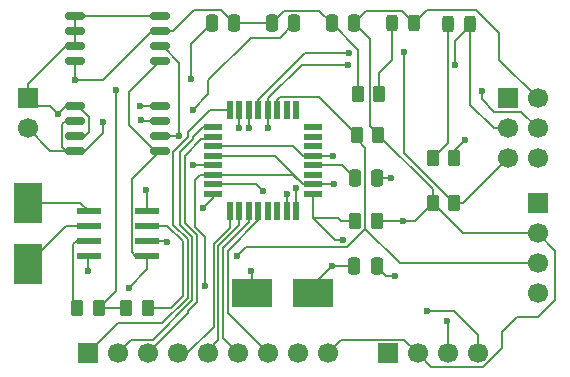
<source format=gbr>
%TF.GenerationSoftware,KiCad,Pcbnew,9.0.1*%
%TF.CreationDate,2025-04-10T12:08:19+02:00*%
%TF.ProjectId,MCU_datalogger,4d43555f-6461-4746-916c-6f676765722e,rev?*%
%TF.SameCoordinates,Original*%
%TF.FileFunction,Copper,L1,Top*%
%TF.FilePolarity,Positive*%
%FSLAX46Y46*%
G04 Gerber Fmt 4.6, Leading zero omitted, Abs format (unit mm)*
G04 Created by KiCad (PCBNEW 9.0.1) date 2025-04-10 12:08:19*
%MOMM*%
%LPD*%
G01*
G04 APERTURE LIST*
G04 Aperture macros list*
%AMRoundRect*
0 Rectangle with rounded corners*
0 $1 Rounding radius*
0 $2 $3 $4 $5 $6 $7 $8 $9 X,Y pos of 4 corners*
0 Add a 4 corners polygon primitive as box body*
4,1,4,$2,$3,$4,$5,$6,$7,$8,$9,$2,$3,0*
0 Add four circle primitives for the rounded corners*
1,1,$1+$1,$2,$3*
1,1,$1+$1,$4,$5*
1,1,$1+$1,$6,$7*
1,1,$1+$1,$8,$9*
0 Add four rect primitives between the rounded corners*
20,1,$1+$1,$2,$3,$4,$5,0*
20,1,$1+$1,$4,$5,$6,$7,0*
20,1,$1+$1,$6,$7,$8,$9,0*
20,1,$1+$1,$8,$9,$2,$3,0*%
G04 Aperture macros list end*
%TA.AperFunction,ComponentPad*%
%ADD10C,1.700000*%
%TD*%
%TA.AperFunction,ComponentPad*%
%ADD11R,1.700000X1.700000*%
%TD*%
%TA.AperFunction,SMDPad,CuDef*%
%ADD12RoundRect,0.250000X-0.262500X-0.450000X0.262500X-0.450000X0.262500X0.450000X-0.262500X0.450000X0*%
%TD*%
%TA.AperFunction,SMDPad,CuDef*%
%ADD13R,1.600000X0.550000*%
%TD*%
%TA.AperFunction,SMDPad,CuDef*%
%ADD14R,0.550000X1.600000*%
%TD*%
%TA.AperFunction,SMDPad,CuDef*%
%ADD15RoundRect,0.250000X-0.250000X-0.475000X0.250000X-0.475000X0.250000X0.475000X-0.250000X0.475000X0*%
%TD*%
%TA.AperFunction,SMDPad,CuDef*%
%ADD16R,2.400000X3.500000*%
%TD*%
%TA.AperFunction,SMDPad,CuDef*%
%ADD17RoundRect,0.250000X0.262500X0.450000X-0.262500X0.450000X-0.262500X-0.450000X0.262500X-0.450000X0*%
%TD*%
%TA.AperFunction,SMDPad,CuDef*%
%ADD18RoundRect,0.250000X0.250000X0.475000X-0.250000X0.475000X-0.250000X-0.475000X0.250000X-0.475000X0*%
%TD*%
%TA.AperFunction,SMDPad,CuDef*%
%ADD19RoundRect,0.162500X-0.650000X-0.162500X0.650000X-0.162500X0.650000X0.162500X-0.650000X0.162500X0*%
%TD*%
%TA.AperFunction,SMDPad,CuDef*%
%ADD20RoundRect,0.243750X-0.243750X-0.456250X0.243750X-0.456250X0.243750X0.456250X-0.243750X0.456250X0*%
%TD*%
%TA.AperFunction,SMDPad,CuDef*%
%ADD21R,3.500000X2.400000*%
%TD*%
%TA.AperFunction,SMDPad,CuDef*%
%ADD22RoundRect,0.073750X-0.911250X-0.221250X0.911250X-0.221250X0.911250X0.221250X-0.911250X0.221250X0*%
%TD*%
%TA.AperFunction,ViaPad*%
%ADD23C,0.600000*%
%TD*%
%TA.AperFunction,Conductor*%
%ADD24C,0.200000*%
%TD*%
G04 APERTURE END LIST*
D10*
%TO.P,J1,4,Pin_4*%
%TO.N,/SCK*%
X171450000Y-107950000D03*
%TO.P,J1,3,Pin_3*%
%TO.N,/SDA*%
X171450000Y-105410000D03*
%TO.P,J1,2,Pin_2*%
%TO.N,/VCC*%
X171450000Y-102870000D03*
D11*
%TO.P,J1,1,Pin_1*%
%TO.N,GND*%
X171450000Y-100330000D03*
%TD*%
D12*
%TO.P,R1,1*%
%TO.N,Net-(C1-Pad1)*%
X136605000Y-109220000D03*
%TO.P,R1,2*%
%TO.N,Net-(U1-SQW{slash}~INT)*%
X138430000Y-109220000D03*
%TD*%
D13*
%TO.P,U4,1,PD3*%
%TO.N,/D3*%
X143944311Y-93907244D03*
%TO.P,U4,2,PD4*%
%TO.N,/D4*%
X143944311Y-94707244D03*
%TO.P,U4,3,GND*%
%TO.N,GND*%
X143944311Y-95507244D03*
%TO.P,U4,4,VCC*%
%TO.N,/VCC*%
X143944311Y-96307244D03*
%TO.P,U4,5,GND*%
%TO.N,GND*%
X143944311Y-97107244D03*
%TO.P,U4,6,VCC*%
%TO.N,/VCC*%
X143944311Y-97907244D03*
%TO.P,U4,7,XTAL1/PB6*%
%TO.N,Net-(U4-XTAL1{slash}PB6)*%
X143944311Y-98707244D03*
%TO.P,U4,8,XTAL2/PB7*%
%TO.N,Net-(U4-XTAL2{slash}PB7)*%
X143944311Y-99507244D03*
D14*
%TO.P,U4,9,PD5*%
%TO.N,/D5*%
X145394311Y-100957244D03*
%TO.P,U4,10,PD6*%
%TO.N,/D6*%
X146194311Y-100957244D03*
%TO.P,U4,11,PD7*%
%TO.N,/D7*%
X146994311Y-100957244D03*
%TO.P,U4,12,PB0*%
%TO.N,/D8*%
X147794311Y-100957244D03*
%TO.P,U4,13,PB1*%
%TO.N,unconnected-(U4-PB1-Pad13)*%
X148594311Y-100957244D03*
%TO.P,U4,14,PB2*%
%TO.N,unconnected-(U4-PB2-Pad14)*%
X149394311Y-100957244D03*
%TO.P,U4,15,PB3*%
%TO.N,/MOSI*%
X150194311Y-100957244D03*
%TO.P,U4,16,PB4*%
%TO.N,/MISO*%
X150994311Y-100957244D03*
D13*
%TO.P,U4,17,PB5*%
%TO.N,/SCK*%
X152444311Y-99507244D03*
%TO.P,U4,18,AVCC*%
%TO.N,/VCC*%
X152444311Y-98707244D03*
%TO.P,U4,19,ADC6*%
%TO.N,unconnected-(U4-ADC6-Pad19)*%
X152444311Y-97907244D03*
%TO.P,U4,20,AREF*%
%TO.N,Net-(U4-AREF)*%
X152444311Y-97107244D03*
%TO.P,U4,21,GND*%
%TO.N,GND*%
X152444311Y-96307244D03*
%TO.P,U4,22,ADC7*%
%TO.N,unconnected-(U4-ADC7-Pad22)*%
X152444311Y-95507244D03*
%TO.P,U4,23,PC0*%
%TO.N,unconnected-(U4-PC0-Pad23)*%
X152444311Y-94707244D03*
%TO.P,U4,24,PC1*%
%TO.N,unconnected-(U4-PC1-Pad24)*%
X152444311Y-93907244D03*
D14*
%TO.P,U4,25,PC2*%
%TO.N,unconnected-(U4-PC2-Pad25)*%
X150994311Y-92457244D03*
%TO.P,U4,26,PC3*%
%TO.N,unconnected-(U4-PC3-Pad26)*%
X150194311Y-92457244D03*
%TO.P,U4,27,PC4*%
%TO.N,/SDA*%
X149394311Y-92457244D03*
%TO.P,U4,28,PC5*%
%TO.N,/SCK*%
X148594311Y-92457244D03*
%TO.P,U4,29,~{RESET}/PC6*%
%TO.N,/RESET*%
X147794311Y-92457244D03*
%TO.P,U4,30,PD0*%
%TO.N,/RX*%
X146994311Y-92457244D03*
%TO.P,U4,31,PD1*%
%TO.N,/TX*%
X146194311Y-92457244D03*
%TO.P,U4,32,PD2*%
%TO.N,/D2*%
X145394311Y-92457244D03*
%TD*%
D15*
%TO.P,C1,1*%
%TO.N,Net-(C1-Pad1)*%
X143830000Y-85090000D03*
%TO.P,C1,2*%
%TO.N,GND*%
X145730000Y-85090000D03*
%TD*%
D16*
%TO.P,Y1,1,1*%
%TO.N,Net-(U1-X2)*%
X128270000Y-105470000D03*
%TO.P,Y1,2,2*%
%TO.N,Net-(U1-X1)*%
X128270000Y-100270000D03*
%TD*%
D15*
%TO.P,C2,1*%
%TO.N,Net-(U4-XTAL1{slash}PB6)*%
X155899520Y-105681421D03*
%TO.P,C2,2*%
%TO.N,GND*%
X157799520Y-105681421D03*
%TD*%
D17*
%TO.P,R3,1*%
%TO.N,/VCC*%
X157953256Y-94543402D03*
%TO.P,R3,2*%
%TO.N,/SDA*%
X156128256Y-94543402D03*
%TD*%
D11*
%TO.P,J3,1,Pin_1*%
%TO.N,GND*%
X158750000Y-113030000D03*
D10*
%TO.P,J3,2,Pin_2*%
%TO.N,/VCC*%
X161290000Y-113030000D03*
%TO.P,J3,3,Pin_3*%
%TO.N,/RX*%
X163830000Y-113030000D03*
%TO.P,J3,4,Pin_4*%
%TO.N,/TX*%
X166370000Y-113030000D03*
%TD*%
D12*
%TO.P,R4,1*%
%TO.N,Net-(D1-K)*%
X162560000Y-96520000D03*
%TO.P,R4,2*%
%TO.N,GND*%
X164385000Y-96520000D03*
%TD*%
D18*
%TO.P,C4,1*%
%TO.N,GND*%
X157865407Y-98211088D03*
%TO.P,C4,2*%
%TO.N,Net-(U4-AREF)*%
X155965407Y-98211088D03*
%TD*%
D17*
%TO.P,R2,1*%
%TO.N,/VCC*%
X157799520Y-101871421D03*
%TO.P,R2,2*%
%TO.N,/SCK*%
X155974520Y-101871421D03*
%TD*%
D19*
%TO.P,U3,1,A0*%
%TO.N,/VCC*%
X132302500Y-92075000D03*
%TO.P,U3,2,A1*%
%TO.N,GND*%
X132302500Y-93345000D03*
%TO.P,U3,3,A2*%
%TO.N,/VCC*%
X132302500Y-94615000D03*
%TO.P,U3,4,GND*%
%TO.N,GND*%
X132302500Y-95885000D03*
%TO.P,U3,5,SDA*%
%TO.N,/SDA*%
X139477500Y-95885000D03*
%TO.P,U3,6,SCL*%
%TO.N,/SCK*%
X139477500Y-94615000D03*
%TO.P,U3,7,WP*%
%TO.N,GND*%
X139477500Y-93345000D03*
%TO.P,U3,8,VCC*%
%TO.N,/VCC*%
X139477500Y-92075000D03*
%TD*%
D17*
%TO.P,R5,1*%
%TO.N,/RESET*%
X164385000Y-100330000D03*
%TO.P,R5,2*%
%TO.N,/VCC*%
X162560000Y-100330000D03*
%TD*%
D15*
%TO.P,C3,1*%
%TO.N,GND*%
X148910000Y-85090000D03*
%TO.P,C3,2*%
%TO.N,Net-(U4-XTAL2{slash}PB7)*%
X150810000Y-85090000D03*
%TD*%
D17*
%TO.P,R7,1*%
%TO.N,Net-(C1-Pad1)*%
X134262500Y-109220000D03*
%TO.P,R7,2*%
%TO.N,Net-(U1-~{INTA})*%
X132437500Y-109220000D03*
%TD*%
D11*
%TO.P,BT1,1,+*%
%TO.N,/VCC*%
X128270000Y-91440000D03*
D10*
%TO.P,BT1,2,-*%
%TO.N,GND*%
X128270000Y-93980000D03*
%TD*%
D11*
%TO.P,J2,1,Pin_1*%
%TO.N,/D2*%
X133350000Y-113030000D03*
D10*
%TO.P,J2,2,Pin_2*%
%TO.N,/D3*%
X135890000Y-113030000D03*
%TO.P,J2,3,Pin_3*%
%TO.N,/D4*%
X138430000Y-113030000D03*
%TO.P,J2,4,Pin_4*%
%TO.N,/D5*%
X140970000Y-113030000D03*
%TO.P,J2,5,Pin_5*%
%TO.N,/D6*%
X143510000Y-113030000D03*
%TO.P,J2,6,Pin_6*%
%TO.N,/D7*%
X146050000Y-113030000D03*
%TO.P,J2,7,Pin_7*%
%TO.N,/D8*%
X148590000Y-113030000D03*
%TO.P,J2,8,Pin_8*%
%TO.N,GND*%
X151130000Y-113030000D03*
%TO.P,J2,9,Pin_9*%
%TO.N,/VCC*%
X153670000Y-113030000D03*
%TD*%
D20*
%TO.P,D1,1,K*%
%TO.N,Net-(D1-K)*%
X163874365Y-85111521D03*
%TO.P,D1,2,A*%
%TO.N,/SCK*%
X165749365Y-85111521D03*
%TD*%
D21*
%TO.P,Y2,1,1*%
%TO.N,Net-(U4-XTAL2{slash}PB7)*%
X147260000Y-107950000D03*
%TO.P,Y2,2,2*%
%TO.N,Net-(U4-XTAL1{slash}PB6)*%
X152460000Y-107950000D03*
%TD*%
D17*
%TO.P,R6,1*%
%TO.N,Net-(D2-K)*%
X158038807Y-91088604D03*
%TO.P,R6,2*%
%TO.N,GND*%
X156213807Y-91088604D03*
%TD*%
D22*
%TO.P,U1,1,X1*%
%TO.N,Net-(U1-X1)*%
X133415000Y-100965000D03*
%TO.P,U1,2,X2*%
%TO.N,Net-(U1-X2)*%
X133415000Y-102235000D03*
%TO.P,U1,3,~{INTA}*%
%TO.N,Net-(U1-~{INTA})*%
X133415000Y-103505000D03*
%TO.P,U1,4,GND*%
%TO.N,GND*%
X133415000Y-104775000D03*
%TO.P,U1,5,SDA*%
%TO.N,/SDA*%
X138365000Y-104775000D03*
%TO.P,U1,6,SCL*%
%TO.N,/SCK*%
X138365000Y-103505000D03*
%TO.P,U1,7,SQW/~INT*%
%TO.N,Net-(U1-SQW{slash}~INT)*%
X138365000Y-102235000D03*
%TO.P,U1,8,VCC*%
%TO.N,/VCC*%
X138365000Y-100965000D03*
%TD*%
D18*
%TO.P,C5,1*%
%TO.N,/VCC*%
X155890000Y-85090000D03*
%TO.P,C5,2*%
%TO.N,GND*%
X153990000Y-85090000D03*
%TD*%
D19*
%TO.P,U2,1,A0*%
%TO.N,/VCC*%
X132302500Y-84455000D03*
%TO.P,U2,2,A1*%
X132302500Y-85725000D03*
%TO.P,U2,3,A2*%
X132302500Y-86995000D03*
%TO.P,U2,4,GND*%
%TO.N,GND*%
X132302500Y-88265000D03*
%TO.P,U2,5,SDA*%
%TO.N,/SDA*%
X139477500Y-88265000D03*
%TO.P,U2,6,SCL*%
%TO.N,/SCK*%
X139477500Y-86995000D03*
%TO.P,U2,7,WP*%
%TO.N,GND*%
X139477500Y-85725000D03*
%TO.P,U2,8,VCC*%
%TO.N,/VCC*%
X139477500Y-84455000D03*
%TD*%
D20*
%TO.P,D2,1,K*%
%TO.N,Net-(D2-K)*%
X159082500Y-85090000D03*
%TO.P,D2,2,A*%
%TO.N,/VCC*%
X160957500Y-85090000D03*
%TD*%
D11*
%TO.P,J4,1,Pin_1*%
%TO.N,/MISO*%
X168910000Y-91440000D03*
D10*
%TO.P,J4,2,Pin_2*%
%TO.N,/VCC*%
X171450000Y-91440000D03*
%TO.P,J4,3,Pin_3*%
%TO.N,/SCK*%
X168910000Y-93980000D03*
%TO.P,J4,4,Pin_4*%
%TO.N,/MOSI*%
X171450000Y-93980000D03*
%TO.P,J4,5,Pin_5*%
%TO.N,/RESET*%
X168910000Y-96520000D03*
%TO.P,J4,6,Pin_6*%
%TO.N,GND*%
X171450000Y-96520000D03*
%TD*%
D23*
%TO.N,GND*%
X142300000Y-97100000D03*
%TO.N,/SCK*%
X164474365Y-88600000D03*
X155400000Y-88600000D03*
%TO.N,/SDA*%
X136800000Y-107500000D03*
%TO.N,/VCC*%
X137800000Y-92100000D03*
X160020000Y-101871421D03*
X130850000Y-92745000D03*
X143300000Y-107300000D03*
X154200000Y-98700000D03*
X138300000Y-99200000D03*
%TO.N,GND*%
X159000000Y-98200000D03*
X133400000Y-106100000D03*
X137900000Y-93300000D03*
X154092756Y-96307244D03*
X165250000Y-95000000D03*
X134620000Y-93450000D03*
X132302500Y-89900000D03*
X159400000Y-106500000D03*
%TO.N,Net-(C1-Pad1)*%
X135700000Y-90700000D03*
X142100000Y-89800000D03*
%TO.N,/SCK*%
X140100000Y-103600000D03*
X141100000Y-94600000D03*
X148594311Y-94000000D03*
X154940000Y-103450000D03*
%TO.N,/SDA*%
X146000000Y-104800000D03*
%TO.N,/TX*%
X146194311Y-93980000D03*
X162050000Y-109450000D03*
%TO.N,/RX*%
X146994311Y-93980000D03*
X163800000Y-110300000D03*
%TO.N,/RESET*%
X160150000Y-87550000D03*
X155450000Y-87650000D03*
%TO.N,/MOSI*%
X166700000Y-90800000D03*
X150194311Y-99507244D03*
%TO.N,/MISO*%
X150994311Y-99060000D03*
%TO.N,Net-(U4-XTAL1{slash}PB6)*%
X154068545Y-105681421D03*
X148200000Y-99300000D03*
%TO.N,Net-(U4-XTAL2{slash}PB7)*%
X147200000Y-106100000D03*
X143092156Y-100747844D03*
X142240000Y-92400000D03*
%TD*%
D24*
%TO.N,GND*%
X142307244Y-97107244D02*
X142300000Y-97100000D01*
X143944311Y-97107244D02*
X142307244Y-97107244D01*
%TO.N,/D4*%
X141800000Y-109660000D02*
X138430000Y-113030000D01*
X142603000Y-103051700D02*
X142603000Y-108681200D01*
X142603000Y-108681200D02*
X141800000Y-109484200D01*
X141550000Y-101998700D02*
X142603000Y-103051700D01*
X141550000Y-96350000D02*
X141550000Y-101998700D01*
X142968756Y-94931244D02*
X141550000Y-96350000D01*
X143720311Y-94931244D02*
X142968756Y-94931244D01*
X143944311Y-94707244D02*
X143720311Y-94931244D01*
X141800000Y-109484200D02*
X141800000Y-109660000D01*
%TO.N,/D3*%
X137041000Y-111879000D02*
X135890000Y-113030000D01*
X138838100Y-111879000D02*
X137041000Y-111879000D01*
X142202000Y-108515100D02*
X138838100Y-111879000D01*
X142202000Y-103217800D02*
X142202000Y-108515100D01*
X141150000Y-102165800D02*
X142202000Y-103217800D01*
X142250000Y-94900000D02*
X141150000Y-96000000D01*
X142251000Y-94866100D02*
X142250000Y-94867100D01*
X142251000Y-94723555D02*
X142251000Y-94866100D01*
X142250000Y-94867100D02*
X142250000Y-94900000D01*
X143067311Y-93907244D02*
X142251000Y-94723555D01*
X143944311Y-93907244D02*
X143067311Y-93907244D01*
X141150000Y-96000000D02*
X141150000Y-102165800D01*
%TO.N,/D2*%
X135880000Y-110500000D02*
X133350000Y-113030000D01*
X139650000Y-110500000D02*
X135880000Y-110500000D01*
X141801000Y-108349000D02*
X139650000Y-110500000D01*
X141801000Y-103383900D02*
X141801000Y-108349000D01*
X140550000Y-102132900D02*
X141801000Y-103383900D01*
X140550000Y-96284990D02*
X140550000Y-102132900D01*
X141849000Y-94733900D02*
X140591000Y-95991900D01*
X141849000Y-94701000D02*
X141849000Y-94733900D01*
X141850000Y-94324555D02*
X141850000Y-94700000D01*
X143717311Y-92457244D02*
X141850000Y-94324555D01*
X141850000Y-94700000D02*
X141849000Y-94701000D01*
X140591000Y-95991900D02*
X140591000Y-96243990D01*
X140591000Y-96243990D02*
X140550000Y-96284990D01*
X145394311Y-92457244D02*
X143717311Y-92457244D01*
%TO.N,/SCK*%
X165749365Y-85300635D02*
X165749365Y-85111521D01*
X164474365Y-86575635D02*
X165749365Y-85300635D01*
X164474365Y-88600000D02*
X164474365Y-86575635D01*
X151451555Y-88600000D02*
X155400000Y-88600000D01*
X148594311Y-91457244D02*
X151451555Y-88600000D01*
X148594311Y-92457244D02*
X148594311Y-91457244D01*
%TO.N,/RESET*%
X147794311Y-91580244D02*
X147794311Y-92457244D01*
X151724555Y-87650000D02*
X147794311Y-91580244D01*
X155450000Y-87650000D02*
X151724555Y-87650000D01*
X160150000Y-96095000D02*
X164385000Y-100330000D01*
X160150000Y-87550000D02*
X160150000Y-96095000D01*
%TO.N,/SCK*%
X154300000Y-103450000D02*
X154940000Y-103450000D01*
X152444311Y-101594311D02*
X154300000Y-103450000D01*
X152444311Y-99507244D02*
X152444311Y-101594311D01*
%TO.N,GND*%
X133400000Y-104800000D02*
X133415000Y-104785000D01*
X133415000Y-104785000D02*
X133415000Y-104775000D01*
X133400000Y-106100000D02*
X133400000Y-104800000D01*
%TO.N,/VCC*%
X131520000Y-92075000D02*
X130850000Y-92745000D01*
X132302500Y-92075000D02*
X131520000Y-92075000D01*
X132504990Y-92075000D02*
X132302500Y-92075000D01*
X133416000Y-92986010D02*
X132504990Y-92075000D01*
%TO.N,GND*%
X131490001Y-95885000D02*
X132302500Y-95885000D01*
X131189000Y-93646001D02*
X131189000Y-95583999D01*
X131490001Y-93345000D02*
X131189000Y-93646001D01*
X131189000Y-95583999D02*
X131490001Y-95885000D01*
X132302500Y-93345000D02*
X131490001Y-93345000D01*
X134620000Y-94379999D02*
X134620000Y-93450000D01*
X133114999Y-95885000D02*
X134620000Y-94379999D01*
X132302500Y-95885000D02*
X133114999Y-95885000D01*
%TO.N,/VCC*%
X128905000Y-92075000D02*
X128270000Y-91440000D01*
X130180000Y-92075000D02*
X128905000Y-92075000D01*
X133114999Y-94615000D02*
X132302500Y-94615000D01*
X133416000Y-94313999D02*
X133114999Y-94615000D01*
X133416000Y-92986010D02*
X133416000Y-94313999D01*
X130850000Y-92745000D02*
X130180000Y-92075000D01*
%TO.N,GND*%
X128905000Y-93345000D02*
X128270000Y-93980000D01*
X134620000Y-93450000D02*
X134515000Y-93345000D01*
X134650000Y-89900000D02*
X138825000Y-85725000D01*
X132302500Y-89900000D02*
X134650000Y-89900000D01*
X138825000Y-85725000D02*
X139477500Y-85725000D01*
X132302500Y-89900000D02*
X132302500Y-88265000D01*
%TO.N,/TX*%
X146194311Y-93980000D02*
X146194311Y-92457244D01*
%TO.N,/RX*%
X146994311Y-93980000D02*
X146994311Y-92457244D01*
%TO.N,GND*%
X159400000Y-106500000D02*
X158618099Y-106500000D01*
X158618099Y-106500000D02*
X157799520Y-105681421D01*
%TO.N,Net-(U4-XTAL1{slash}PB6)*%
X152460000Y-107289966D02*
X152460000Y-107950000D01*
X154068545Y-105681421D02*
X152460000Y-107289966D01*
X154068545Y-105681421D02*
X155899520Y-105681421D01*
%TO.N,GND*%
X164385000Y-95865000D02*
X165250000Y-95000000D01*
X164385000Y-96520000D02*
X164385000Y-95865000D01*
X158988912Y-98211088D02*
X159000000Y-98200000D01*
X157865407Y-98211088D02*
X158988912Y-98211088D01*
%TO.N,/VCC*%
X160020000Y-101871421D02*
X157799520Y-101871421D01*
X160020000Y-101871421D02*
X161018579Y-101871421D01*
X161018579Y-101871421D02*
X162560000Y-100330000D01*
%TO.N,Net-(U4-XTAL2{slash}PB7)*%
X143944311Y-99895689D02*
X143944311Y-99507244D01*
X143092156Y-100747844D02*
X143944311Y-99895689D01*
%TO.N,/MISO*%
X150994311Y-100957244D02*
X150994311Y-99060000D01*
%TO.N,/MOSI*%
X150194311Y-100957244D02*
X150194311Y-99507244D01*
%TO.N,GND*%
X154092756Y-96307244D02*
X152444311Y-96307244D01*
%TO.N,/SDA*%
X138365000Y-105935000D02*
X136800000Y-107500000D01*
X138365000Y-104775000D02*
X138365000Y-105935000D01*
%TO.N,/VCC*%
X143944311Y-97907244D02*
X142892756Y-97907244D01*
X152444311Y-98707244D02*
X154192756Y-98707244D01*
X149167311Y-96307244D02*
X151567311Y-98707244D01*
X165100000Y-102870000D02*
X162560000Y-100330000D01*
X171450000Y-102870000D02*
X165100000Y-102870000D01*
X161290000Y-113030000D02*
X160139000Y-111879000D01*
X162560000Y-100330000D02*
X162560000Y-99150146D01*
X143300000Y-103181600D02*
X143300000Y-107300000D01*
X160957500Y-85090000D02*
X159956500Y-84089000D01*
X142892756Y-97907244D02*
X142450000Y-98350000D01*
X171450000Y-91440000D02*
X168200000Y-88190000D01*
X168200000Y-85950000D02*
X166250000Y-84000000D01*
X138365000Y-100965000D02*
X138365000Y-99265000D01*
X150767311Y-97907244D02*
X151567311Y-98707244D01*
X166250000Y-84000000D02*
X162047500Y-84000000D01*
X139477500Y-92075000D02*
X137825000Y-92075000D01*
X143944311Y-97907244D02*
X150767311Y-97907244D01*
X155890000Y-85090000D02*
X157225307Y-86425307D01*
X157225307Y-93815453D02*
X157953256Y-94543402D01*
X156891000Y-84089000D02*
X155890000Y-85090000D01*
X142450000Y-98350000D02*
X142450000Y-102331600D01*
X138365000Y-99265000D02*
X138300000Y-99200000D01*
X154192756Y-98707244D02*
X154200000Y-98700000D01*
X131490001Y-86995000D02*
X128270000Y-90215001D01*
X172950000Y-108500000D02*
X172950000Y-104370000D01*
X162441000Y-114181000D02*
X166846760Y-114181000D01*
X143944311Y-96307244D02*
X149167311Y-96307244D01*
X168400000Y-112627760D02*
X168400000Y-111250000D01*
X169700000Y-109950000D02*
X171500000Y-109950000D01*
X168200000Y-88190000D02*
X168200000Y-85950000D01*
X151567311Y-98707244D02*
X152444311Y-98707244D01*
X137825000Y-92075000D02*
X137800000Y-92100000D01*
X142450000Y-102331600D02*
X143300000Y-103181600D01*
X171500000Y-109950000D02*
X172950000Y-108500000D01*
X166846760Y-114181000D02*
X168400000Y-112627760D01*
X172950000Y-104370000D02*
X171450000Y-102870000D01*
X168400000Y-111250000D02*
X169700000Y-109950000D01*
X160139000Y-111879000D02*
X154821000Y-111879000D01*
X162047500Y-84000000D02*
X160957500Y-85090000D01*
X128270000Y-90215001D02*
X128270000Y-91440000D01*
X157225307Y-86425307D02*
X157225307Y-93815453D01*
X159956500Y-84089000D02*
X156891000Y-84089000D01*
X162560000Y-99150146D02*
X157953256Y-94543402D01*
X139477500Y-84455000D02*
X132302500Y-84455000D01*
X132302500Y-84455000D02*
X132302500Y-86995000D01*
X154821000Y-111879000D02*
X153670000Y-113030000D01*
X132302500Y-86995000D02*
X131490001Y-86995000D01*
X161290000Y-113030000D02*
X162441000Y-114181000D01*
%TO.N,GND*%
X148910000Y-85090000D02*
X149936000Y-84064000D01*
X145730000Y-85090000D02*
X148910000Y-85090000D01*
X143944311Y-95507244D02*
X150767311Y-95507244D01*
X144640000Y-84000000D02*
X145730000Y-85090000D01*
X149936000Y-84064000D02*
X152964000Y-84064000D01*
X137945000Y-93345000D02*
X137900000Y-93300000D01*
X152964000Y-84064000D02*
X153990000Y-85090000D01*
X140600000Y-85750000D02*
X142350000Y-84000000D01*
X130175000Y-95885000D02*
X128270000Y-93980000D01*
X139477500Y-85725000D02*
X139502500Y-85750000D01*
X156213807Y-91088604D02*
X156213807Y-87313807D01*
X151567311Y-96307244D02*
X152444311Y-96307244D01*
X156213807Y-87313807D02*
X153990000Y-85090000D01*
X132302500Y-95885000D02*
X130175000Y-95885000D01*
X139502500Y-85750000D02*
X140600000Y-85750000D01*
X139477500Y-93345000D02*
X137945000Y-93345000D01*
X142350000Y-84000000D02*
X144640000Y-84000000D01*
X150767311Y-95507244D02*
X151567311Y-96307244D01*
%TO.N,Net-(C1-Pad1)*%
X142100000Y-86820000D02*
X142100000Y-89800000D01*
X135700000Y-107782500D02*
X134262500Y-109220000D01*
X134262500Y-109220000D02*
X136605000Y-109220000D01*
X143830000Y-85090000D02*
X142100000Y-86820000D01*
X135700000Y-90700000D02*
X135700000Y-107782500D01*
%TO.N,Net-(D1-K)*%
X163874365Y-85111521D02*
X163874365Y-95205635D01*
X163874365Y-95205635D02*
X162560000Y-96520000D01*
%TO.N,/SCK*%
X139679990Y-86995000D02*
X141100000Y-88415010D01*
X140005000Y-103505000D02*
X140100000Y-103600000D01*
X139477500Y-86995000D02*
X139679990Y-86995000D01*
X141085000Y-94615000D02*
X141100000Y-94600000D01*
X165749365Y-85111521D02*
X165749365Y-92021446D01*
X139477500Y-94615000D02*
X141085000Y-94615000D01*
X138365000Y-103505000D02*
X140005000Y-103505000D01*
X141100000Y-88415010D02*
X141100000Y-94600000D01*
%TO.N,Net-(D2-K)*%
X159082500Y-85090000D02*
X159082500Y-88219911D01*
X158038807Y-89263604D02*
X158038807Y-91088604D01*
X159082500Y-88219911D02*
X158038807Y-89263604D01*
%TO.N,/SDA*%
X149618311Y-91356244D02*
X152941098Y-91356244D01*
X137079000Y-98283500D02*
X137079000Y-104474000D01*
X137380000Y-104775000D02*
X138365000Y-104775000D01*
X137079000Y-104474000D02*
X137380000Y-104775000D01*
X139065000Y-95885000D02*
X139477500Y-95885000D01*
X171450000Y-105410000D02*
X159765399Y-105410000D01*
X149394311Y-92457244D02*
X149394311Y-91580244D01*
X136850000Y-93670000D02*
X139065000Y-95885000D01*
X156850000Y-95646658D02*
X156850000Y-102494601D01*
X159765399Y-105410000D02*
X156850000Y-102494601D01*
X156850000Y-102494601D02*
X155294601Y-104050000D01*
X156128256Y-94543402D02*
X156128256Y-94924914D01*
X152941098Y-91356244D02*
X156128256Y-94543402D01*
X146750000Y-104050000D02*
X146000000Y-104800000D01*
X139477500Y-95885000D02*
X137079000Y-98283500D01*
X155294601Y-104050000D02*
X146750000Y-104050000D01*
X139477500Y-88265000D02*
X136850000Y-90892500D01*
X149394311Y-91580244D02*
X149618311Y-91356244D01*
X156128256Y-94924914D02*
X156850000Y-95646658D01*
X136850000Y-90892500D02*
X136850000Y-93670000D01*
%TO.N,/D7*%
X146050000Y-113030000D02*
X144799000Y-111779000D01*
X146994311Y-101957244D02*
X146994311Y-100957244D01*
X144799000Y-104152555D02*
X146994311Y-101957244D01*
X144799000Y-111779000D02*
X144799000Y-104152555D01*
%TO.N,/D5*%
X145394311Y-100957244D02*
X145394311Y-102423044D01*
X145394311Y-102423044D02*
X143997000Y-103820355D01*
X143997000Y-103820355D02*
X143997000Y-110803000D01*
X140970000Y-113030000D02*
X141770000Y-113030000D01*
X143997000Y-110803000D02*
X141770000Y-113030000D01*
%TO.N,/D8*%
X148590000Y-113030000D02*
X145200000Y-109640000D01*
X145200000Y-104350000D02*
X147794311Y-101755689D01*
X147794311Y-101755689D02*
X147794311Y-100957244D01*
X145200000Y-109640000D02*
X145200000Y-104350000D01*
%TO.N,/D6*%
X143510000Y-112833100D02*
X144398000Y-111945100D01*
X144398000Y-103986455D02*
X146194311Y-102190144D01*
X146194311Y-102190144D02*
X146194311Y-100957244D01*
X143510000Y-113030000D02*
X143510000Y-112833100D01*
X144398000Y-111945100D02*
X144398000Y-103986455D01*
%TO.N,/TX*%
X162050000Y-109450000D02*
X164350000Y-109450000D01*
X166370000Y-111470000D02*
X166370000Y-113030000D01*
X164350000Y-109450000D02*
X166370000Y-111470000D01*
%TO.N,/RX*%
X163830000Y-110330000D02*
X163800000Y-110300000D01*
X163830000Y-113030000D02*
X163830000Y-110330000D01*
%TO.N,/RESET*%
X165100000Y-100330000D02*
X168910000Y-96520000D01*
X164385000Y-100330000D02*
X165100000Y-100330000D01*
%TO.N,/MOSI*%
X170061000Y-92591000D02*
X167759000Y-92591000D01*
X167759000Y-92591000D02*
X166700000Y-91532000D01*
X166700000Y-91532000D02*
X166700000Y-90800000D01*
X171450000Y-93980000D02*
X170061000Y-92591000D01*
%TO.N,Net-(U4-XTAL1{slash}PB6)*%
X143944311Y-98707244D02*
X147607244Y-98707244D01*
X147607244Y-98707244D02*
X148200000Y-99300000D01*
%TO.N,Net-(U4-XTAL2{slash}PB7)*%
X142240000Y-92400000D02*
X143565398Y-91074602D01*
X149600000Y-86300000D02*
X150810000Y-85090000D01*
X147260000Y-107950000D02*
X147260000Y-106160000D01*
X147260000Y-106160000D02*
X147200000Y-106100000D01*
X143565398Y-89934602D02*
X147200000Y-86300000D01*
X143565398Y-91074602D02*
X143565398Y-89934602D01*
X147200000Y-86300000D02*
X149600000Y-86300000D01*
%TO.N,Net-(U4-AREF)*%
X154861563Y-97107244D02*
X152444311Y-97107244D01*
X155965407Y-98211088D02*
X154861563Y-97107244D01*
%TO.N,Net-(U1-SQW{slash}~INT)*%
X141400000Y-108182900D02*
X141400000Y-103550000D01*
X140085000Y-102235000D02*
X138365000Y-102235000D01*
X140362900Y-109220000D02*
X141400000Y-108182900D01*
X138430000Y-109220000D02*
X140362900Y-109220000D01*
X141400000Y-103550000D02*
X140085000Y-102235000D01*
%TO.N,Net-(U1-~{INTA})*%
X132437500Y-109220000D02*
X132129000Y-108911500D01*
X132129000Y-108911500D02*
X132129000Y-103806000D01*
X132430000Y-103505000D02*
X133415000Y-103505000D01*
X132129000Y-103806000D02*
X132430000Y-103505000D01*
%TO.N,Net-(U1-X1)*%
X128270000Y-100270000D02*
X132720000Y-100270000D01*
X132720000Y-100270000D02*
X133415000Y-100965000D01*
%TO.N,Net-(U1-X2)*%
X131505000Y-102235000D02*
X128270000Y-105470000D01*
X133415000Y-102235000D02*
X131505000Y-102235000D01*
%TO.N,/SCK*%
X165749365Y-92021446D02*
X167707919Y-93980000D01*
X167707919Y-93980000D02*
X168910000Y-93980000D01*
X154808488Y-101871421D02*
X155974520Y-101871421D01*
X154531378Y-101594311D02*
X154808488Y-101871421D01*
X152444311Y-101594311D02*
X154531378Y-101594311D01*
X148594311Y-94000000D02*
X148594311Y-92457244D01*
%TD*%
M02*

</source>
